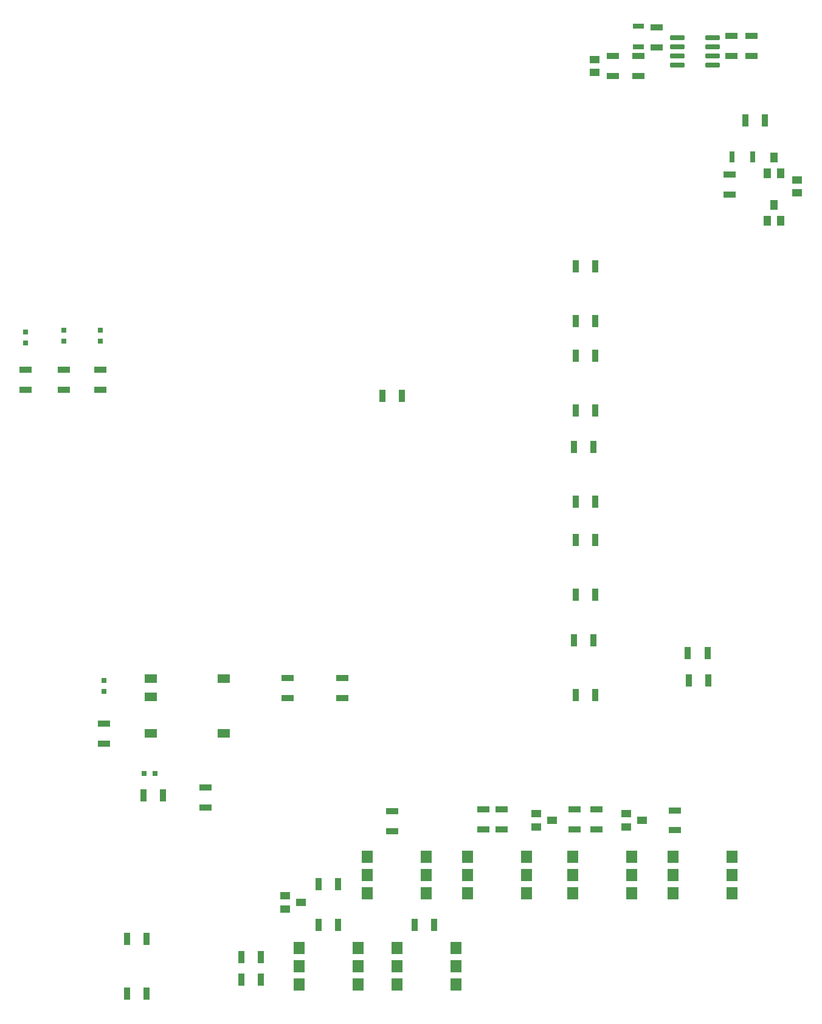
<source format=gtp>
G04*
G04 #@! TF.GenerationSoftware,Altium Limited,Altium Designer,22.11.1 (43)*
G04*
G04 Layer_Color=8421504*
%FSLAX44Y44*%
%MOMM*%
G71*
G04*
G04 #@! TF.SameCoordinates,A751104F-70AC-404C-B97E-AE56B71AA5AB*
G04*
G04*
G04 #@! TF.FilePolarity,Positive*
G04*
G01*
G75*
%ADD21R,1.7018X0.9144*%
%ADD22R,1.5492X0.6524*%
%ADD23R,0.8000X0.8000*%
%ADD24R,0.6524X1.5492*%
G04:AMPARAMS|DCode=25|XSize=1.97mm|YSize=0.6mm|CornerRadius=0.075mm|HoleSize=0mm|Usage=FLASHONLY|Rotation=0.000|XOffset=0mm|YOffset=0mm|HoleType=Round|Shape=RoundedRectangle|*
%AMROUNDEDRECTD25*
21,1,1.9700,0.4500,0,0,0.0*
21,1,1.8200,0.6000,0,0,0.0*
1,1,0.1500,0.9100,-0.2250*
1,1,0.1500,-0.9100,-0.2250*
1,1,0.1500,-0.9100,0.2250*
1,1,0.1500,0.9100,0.2250*
%
%ADD25ROUNDEDRECTD25*%
%ADD26R,0.9144X1.7018*%
%ADD27R,1.0000X1.4000*%
%ADD28R,1.4300X1.1000*%
%ADD29R,0.8000X0.8000*%
%ADD30R,1.5200X1.7800*%
%ADD31R,1.4000X1.0000*%
%ADD32R,1.8000X1.2000*%
D21*
X666750Y534416D02*
D03*
Y506984D02*
D03*
X742950Y534416D02*
D03*
Y506984D02*
D03*
X1285240Y1428496D02*
D03*
Y1401064D02*
D03*
X355600Y936244D02*
D03*
Y963676D02*
D03*
X302260Y936244D02*
D03*
Y963676D02*
D03*
X406400Y936244D02*
D03*
Y963676D02*
D03*
X1313180Y1401064D02*
D03*
Y1428496D02*
D03*
X1181100Y1412748D02*
D03*
Y1440180D02*
D03*
X1282700Y1208024D02*
D03*
Y1235456D02*
D03*
X1155700Y1373124D02*
D03*
Y1400556D02*
D03*
X1120140Y1373124D02*
D03*
Y1400556D02*
D03*
X411480Y443484D02*
D03*
Y470916D02*
D03*
X1097280Y351536D02*
D03*
Y324104D02*
D03*
X965200D02*
D03*
Y351536D02*
D03*
X939800Y324104D02*
D03*
Y351536D02*
D03*
X552450Y354584D02*
D03*
Y382016D02*
D03*
X812800Y348996D02*
D03*
Y321564D02*
D03*
X1206500Y350266D02*
D03*
Y322834D02*
D03*
X1066800Y324104D02*
D03*
Y351536D02*
D03*
D22*
X1155700Y1441742D02*
D03*
Y1413218D02*
D03*
D23*
X302260Y1015880D02*
D03*
Y1000880D02*
D03*
X355600Y1018420D02*
D03*
Y1003420D02*
D03*
X406400Y1018420D02*
D03*
Y1003420D02*
D03*
X411480Y530740D02*
D03*
Y515740D02*
D03*
D24*
X1286218Y1259840D02*
D03*
X1314742D02*
D03*
D25*
X1259140Y1426210D02*
D03*
Y1413510D02*
D03*
Y1400810D02*
D03*
Y1388110D02*
D03*
X1209740D02*
D03*
Y1400810D02*
D03*
Y1413510D02*
D03*
Y1426210D02*
D03*
D26*
X1304544Y1310640D02*
D03*
X1331976D02*
D03*
X493776Y370840D02*
D03*
X466344D02*
D03*
X1253236Y530860D02*
D03*
X1225804D02*
D03*
X1065784Y586740D02*
D03*
X1093216D02*
D03*
X1251712Y568960D02*
D03*
X1224280D02*
D03*
X1068324Y510540D02*
D03*
X1095756D02*
D03*
X1068324Y1107440D02*
D03*
X1095756D02*
D03*
X1068324Y1031240D02*
D03*
X1095756D02*
D03*
X1068324Y982980D02*
D03*
X1095756D02*
D03*
X1068324Y906780D02*
D03*
X1095756D02*
D03*
X1065784Y855980D02*
D03*
X1093216D02*
D03*
X1068324Y779780D02*
D03*
X1095756D02*
D03*
X1068324Y726440D02*
D03*
X1095756D02*
D03*
X1068324Y650240D02*
D03*
X1095756D02*
D03*
X629666Y114300D02*
D03*
X602234D02*
D03*
X629666Y146050D02*
D03*
X602234D02*
D03*
X737616Y190500D02*
D03*
X710184D02*
D03*
X870966D02*
D03*
X843534D02*
D03*
X826516Y927100D02*
D03*
X799084D02*
D03*
X737616Y247650D02*
D03*
X710184D02*
D03*
X443484Y171450D02*
D03*
X470916D02*
D03*
X443484Y95250D02*
D03*
X470916D02*
D03*
D27*
X1334820Y1170940D02*
D03*
X1353820D02*
D03*
X1344320Y1192940D02*
D03*
Y1258980D02*
D03*
X1353820Y1236980D02*
D03*
X1334820D02*
D03*
D28*
X1094740Y1377960D02*
D03*
Y1395720D02*
D03*
X1376680Y1228080D02*
D03*
Y1210320D02*
D03*
D29*
X482480Y401320D02*
D03*
X467480D02*
D03*
D30*
X765150Y158750D02*
D03*
Y107950D02*
D03*
Y133350D02*
D03*
X682650Y158750D02*
D03*
Y107950D02*
D03*
Y133350D02*
D03*
X917600Y234950D02*
D03*
Y285750D02*
D03*
Y260350D02*
D03*
X1000100Y234950D02*
D03*
Y285750D02*
D03*
Y260350D02*
D03*
X901700Y158750D02*
D03*
Y107950D02*
D03*
Y133350D02*
D03*
X819200Y158750D02*
D03*
Y107950D02*
D03*
Y133350D02*
D03*
X1285850Y260350D02*
D03*
Y285750D02*
D03*
Y234950D02*
D03*
X1203350Y260350D02*
D03*
Y285750D02*
D03*
Y234950D02*
D03*
X1063650D02*
D03*
Y285750D02*
D03*
Y260350D02*
D03*
X1146150Y234950D02*
D03*
Y285750D02*
D03*
Y260350D02*
D03*
X860400D02*
D03*
Y285750D02*
D03*
Y234950D02*
D03*
X777900Y260350D02*
D03*
Y285750D02*
D03*
Y234950D02*
D03*
D31*
X685800Y222250D02*
D03*
X663800Y212750D02*
D03*
Y231750D02*
D03*
X1013050Y346050D02*
D03*
Y327050D02*
D03*
X1035050Y336550D02*
D03*
X1138350Y346050D02*
D03*
Y327050D02*
D03*
X1160350Y336550D02*
D03*
D32*
X578050Y533400D02*
D03*
Y457200D02*
D03*
X476050D02*
D03*
Y508000D02*
D03*
Y533400D02*
D03*
M02*

</source>
